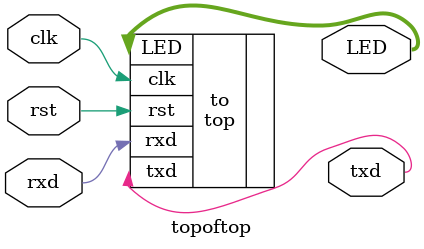
<source format=v>
`timescale 1ns / 1ps
module topoftop(
    input  wire clk, rst,
    input  wire rxd,
    output wire txd,
    output wire [15:0] LED
);
    top to(.clk(clk), .rst(rst), .LED(LED), .rxd(rxd), .txd(txd));

endmodule
</source>
